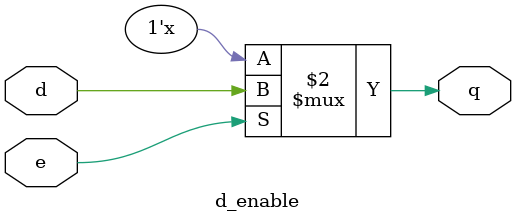
<source format=v>
module d_enable(
	input d,
	input e,
	output q);

reg q;

always @(*)
begin
	if (e)
		q <= d;
end

endmodule

</source>
